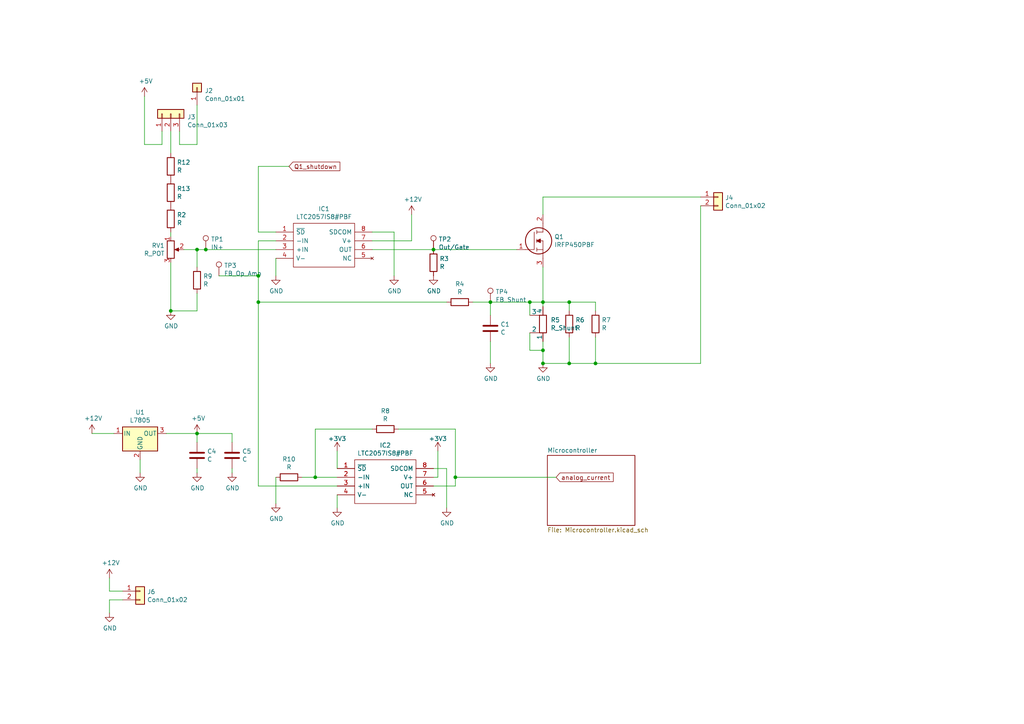
<source format=kicad_sch>
(kicad_sch (version 20211123) (generator eeschema)
  (paper "A4")
  (lib_symbols
    (symbol "Connector:TestPoint" (pin_numbers hide) (pin_names (offset 0.762) hide)
      (property "Reference" "TP" (at 0 6.858 0))
      (property "Value" "TestPoint" (at 0 5.08 0))
      (symbol "TestPoint_0_1"
        (circle (center 0 3.302) (radius 0.762))
      )
      (symbol "TestPoint_1_1"
        (pin passive line (at 0 0 90) (length 2.54) (name "1") (number "1"))
      )
    )
    (symbol "Connector_Generic:Conn_01x01" (pin_names (offset 1.016) hide)
      (property "Reference" "J" (at 0 2.54 0))
      (property "Value" "Conn_01x01" (at 0 -2.54 0))
      (symbol "Conn_01x01_1_1"
        (rectangle (start -1.27 0.127) (end 0 -0.127) (stroke (width 0.1524)))
        (rectangle (start -1.27 1.27) (end 1.27 -1.27) (stroke (width 0.254)) (fill (type background)))
        (pin passive line (at -5.08 0 0) (length 3.81) (name "Pin_1") (number "1"))
      )
    )
    (symbol "Connector_Generic:Conn_01x02" (pin_names (offset 1.016) hide)
      (property "Reference" "J" (at 0 2.54 0))
      (property "Value" "Conn_01x02" (at 0 -5.08 0))
      (symbol "Conn_01x02_1_1"
        (rectangle (start -1.27 -2.413) (end 0 -2.667) (stroke (width 0.1524)))
        (rectangle (start -1.27 0.127) (end 0 -0.127) (stroke (width 0.1524)))
        (rectangle (start -1.27 1.27) (end 1.27 -3.81) (stroke (width 0.254)) (fill (type background)))
        (pin passive line (at -5.08 0 0) (length 3.81) (name "Pin_1") (number "1"))
        (pin passive line (at -5.08 -2.54 0) (length 3.81) (name "Pin_2") (number "2"))
      )
    )
    (symbol "Connector_Generic:Conn_01x03" (pin_names (offset 1.016) hide)
      (property "Reference" "J" (at 0 5.08 0))
      (property "Value" "Conn_01x03" (at 0 -5.08 0))
      (symbol "Conn_01x03_1_1"
        (rectangle (start -1.27 -2.413) (end 0 -2.667) (stroke (width 0.1524)))
        (rectangle (start -1.27 0.127) (end 0 -0.127) (stroke (width 0.1524)))
        (rectangle (start -1.27 2.667) (end 0 2.413) (stroke (width 0.1524)))
        (rectangle (start -1.27 3.81) (end 1.27 -3.81) (stroke (width 0.254)) (fill (type background)))
        (pin passive line (at -5.08 2.54 0) (length 3.81) (name "Pin_1") (number "1"))
        (pin passive line (at -5.08 0 0) (length 3.81) (name "Pin_2") (number "2"))
        (pin passive line (at -5.08 -2.54 0) (length 3.81) (name "Pin_3") (number "3"))
      )
    )
    (symbol "Device:C" (pin_numbers hide) (pin_names (offset 0.254))
      (property "Reference" "C" (at 0.635 2.54 0))
      (property "Value" "C" (at 0.635 -2.54 0))
      (symbol "C_0_1"
        (polyline (pts (xy -2.032 -0.762) (xy 2.032 -0.762)) (stroke (width 0.508)))
        (polyline (pts (xy -2.032 0.762) (xy 2.032 0.762)) (stroke (width 0.508)))
      )
      (symbol "C_1_1"
        (pin passive line (at 0 3.81 270) (length 2.794) (name "~") (number "1"))
        (pin passive line (at 0 -3.81 90) (length 2.794) (name "~") (number "2"))
      )
    )
    (symbol "Device:R" (pin_numbers hide) (pin_names (offset 0))
      (property "Reference" "R" (at 2.032 0 90))
      (property "Value" "R" (at 0 0 90))
      (symbol "R_0_1"
        (rectangle (start -1.016 -2.54) (end 1.016 2.54) (stroke (width 0.254)))
      )
      (symbol "R_1_1"
        (pin passive line (at 0 3.81 270) (length 1.27) (name "~") (number "1"))
        (pin passive line (at 0 -3.81 90) (length 1.27) (name "~") (number "2"))
      )
    )
    (symbol "Device:R_POT" (pin_names (offset 1.016) hide)
      (property "Reference" "RV" (at -4.445 0 90))
      (property "Value" "Device_R_POT" (at -2.54 0 90))
      (symbol "R_POT_0_1"
        (polyline (pts (xy 2.54 0) (xy 1.524 0)))
        (polyline (pts (xy 1.143 0) (xy 2.286 0.508) (xy 2.286 -0.508) (xy 1.143 0)) (fill (type outline)))
        (rectangle (start 1.016 2.54) (end -1.016 -2.54) (stroke (width 0.254)))
      )
      (symbol "R_POT_1_1"
        (pin passive line (at 0 3.81 270) (length 1.27) (name "1") (number "1"))
        (pin passive line (at 3.81 0 180) (length 1.27) (name "2") (number "2"))
        (pin passive line (at 0 -3.81 90) (length 1.27) (name "3") (number "3"))
      )
    )
    (symbol "Device:R_Shunt" (pin_numbers hide) (pin_names (offset 0))
      (property "Reference" "R" (at -4.445 0 90))
      (property "Value" "R_Shunt" (at -2.54 0 90))
      (symbol "R_Shunt_0_1"
        (rectangle (start -1.016 -2.54) (end 1.016 2.54) (stroke (width 0.254)))
        (polyline (pts (xy 0 -2.54) (xy 1.27 -2.54)))
        (polyline (pts (xy 1.27 2.54) (xy 0 2.54)))
      )
      (symbol "R_Shunt_1_1"
        (pin passive line (at 0 5.08 270) (length 2.54) (name "1") (number "1"))
        (pin passive line (at 3.81 2.54 180) (length 2.54) (name "2") (number "2"))
        (pin passive line (at 3.81 -2.54 180) (length 2.54) (name "3") (number "3"))
        (pin passive line (at 0 -5.08 90) (length 2.54) (name "4") (number "4"))
      )
    )
    (symbol "Regulator_Linear:L7805" (pin_names (offset 0.254))
      (property "Reference" "U" (at -3.81 3.175 0))
      (property "Value" "L7805" (at 0 3.175 0))
      (symbol "L7805_0_1"
        (rectangle (start -5.08 1.905) (end 5.08 -5.08) (stroke (width 0.254)) (fill (type background)))
      )
      (symbol "L7805_1_1"
        (pin power_in line (at -7.62 0 0) (length 2.54) (name "IN") (number "1"))
        (pin power_in line (at 0 -7.62 90) (length 2.54) (name "GND") (number "2"))
        (pin power_out line (at 7.62 0 180) (length 2.54) (name "OUT") (number "3"))
      )
    )
    (symbol "SamacSys_Parts:IRFP450PBF" (pin_names (offset 0.762))
      (property "Reference" "Q" (at 11.43 3.81 0))
      (property "Value" "SamacSys_Parts_IRFP450PBF" (at 11.43 1.27 0))
      (symbol "IRFP450PBF_0_0"
        (pin passive line (at 0 0 0) (length 2.54) (name "~") (number "1"))
        (pin passive line (at 7.62 10.16 270) (length 2.54) (name "~") (number "2"))
        (pin passive line (at 7.62 -5.08 90) (length 2.54) (name "~") (number "3"))
      )
      (symbol "IRFP450PBF_0_1"
        (polyline (pts (xy 5.842 -0.508) (xy 5.842 0.508)) (stroke (width 0.1524)))
        (polyline (pts (xy 5.842 0) (xy 7.62 0)) (stroke (width 0.1524)))
        (polyline (pts (xy 5.842 2.032) (xy 5.842 3.048)) (stroke (width 0.1524)))
        (polyline (pts (xy 5.842 5.588) (xy 5.842 4.572)) (stroke (width 0.1524)))
        (polyline (pts (xy 7.62 2.54) (xy 5.842 2.54)) (stroke (width 0.1524)))
        (polyline (pts (xy 7.62 2.54) (xy 7.62 -2.54)) (stroke (width 0.1524)))
        (polyline (pts (xy 7.62 5.08) (xy 5.842 5.08)) (stroke (width 0.1524)))
        (polyline (pts (xy 7.62 5.08) (xy 7.62 7.62)) (stroke (width 0.1524)))
        (polyline (pts (xy 2.54 0) (xy 5.08 0) (xy 5.08 5.08)) (stroke (width 0.1524)))
        (polyline (pts (xy 5.842 2.54) (xy 6.858 3.048) (xy 6.858 2.032) (xy 5.842 2.54)) (stroke (width 0.254)) (fill (type outline)))
        (circle (center 6.35 2.54) (radius 3.81) (stroke (width 0.254)))
      )
    )
    (symbol "SamacSys_Parts:LTC2057IS8#PBF" (pin_names (offset 0.762))
      (property "Reference" "IC" (at 24.13 7.62 0))
      (property "Value" "SamacSys_Parts_LTC2057IS8#PBF" (at 24.13 5.08 0))
      (symbol "LTC2057IS8#PBF_0_0"
        (pin passive line (at 0 0 0) (length 5.08) (name "~{SD}") (number "1"))
        (pin passive line (at 0 -2.54 0) (length 5.08) (name "-IN") (number "2"))
        (pin passive line (at 0 -5.08 0) (length 5.08) (name "+IN") (number "3"))
        (pin passive line (at 0 -7.62 0) (length 5.08) (name "V-") (number "4"))
        (pin no_connect line (at 27.94 -7.62 180) (length 5.08) (name "NC") (number "5"))
        (pin passive line (at 27.94 -5.08 180) (length 5.08) (name "OUT") (number "6"))
        (pin passive line (at 27.94 -2.54 180) (length 5.08) (name "V+") (number "7"))
        (pin passive line (at 27.94 0 180) (length 5.08) (name "SDCOM") (number "8"))
      )
      (symbol "LTC2057IS8#PBF_0_1"
        (polyline (pts (xy 5.08 2.54) (xy 22.86 2.54) (xy 22.86 -10.16) (xy 5.08 -10.16) (xy 5.08 2.54)) (stroke (width 0.1524)))
      )
    )
    (symbol "power:+12V" (power) (pin_names (offset 0))
      (property "Value" "+12V" (at 0 3.556 0))
      (symbol "+12V_0_1"
        (polyline (pts (xy -0.762 1.27) (xy 0 2.54)))
        (polyline (pts (xy 0 0) (xy 0 2.54)))
        (polyline (pts (xy 0 2.54) (xy 0.762 1.27)))
      )
      (symbol "+12V_1_1"
        (pin power_in line (at 0 0 90) (length 0) hide (name "+12V") (number "1"))
      )
    )
    (symbol "power:+3.3V" (power) (pin_names (offset 0))
      (property "Value" "+3.3V" (at 0 3.556 0))
      (symbol "+3.3V_0_1"
        (polyline (pts (xy -0.762 1.27) (xy 0 2.54)))
        (polyline (pts (xy 0 0) (xy 0 2.54)))
        (polyline (pts (xy 0 2.54) (xy 0.762 1.27)))
      )
      (symbol "+3.3V_1_1"
        (pin power_in line (at 0 0 90) (length 0) hide (name "+3V3") (number "1"))
      )
    )
    (symbol "power:+5V" (power) (pin_names (offset 0))
      (property "Value" "+5V" (at 0 3.556 0))
      (symbol "+5V_0_1"
        (polyline (pts (xy -0.762 1.27) (xy 0 2.54)))
        (polyline (pts (xy 0 0) (xy 0 2.54)))
        (polyline (pts (xy 0 2.54) (xy 0.762 1.27)))
      )
      (symbol "+5V_1_1"
        (pin power_in line (at 0 0 90) (length 0) hide (name "+5V") (number "1"))
      )
    )
    (symbol "power:GND" (power) (pin_names (offset 0))
      (property "Value" "GND" (at 0 -3.81 0))
      (symbol "GND_0_1"
        (polyline (pts (xy 0 0) (xy 0 -1.27) (xy 1.27 -1.27) (xy 0 -2.54) (xy -1.27 -1.27) (xy 0 -1.27)))
      )
      (symbol "GND_1_1"
        (pin power_in line (at 0 0 270) (length 0) hide (name "GND") (number "1"))
      )
    )
  )
  (junction (at 74.93 80.01))
  (junction (at 59.69 72.39))
  (junction (at 172.72 105.41))
  (junction (at 57.15 125.73))
  (junction (at 157.48 101.6))
  (junction (at 57.15 72.39))
  (junction (at 125.73 72.39))
  (junction (at 91.44 138.43))
  (junction (at 165.1 105.41))
  (junction (at 165.1 87.63))
  (junction (at 49.53 90.17))
  (junction (at 74.93 87.63))
  (junction (at 153.67 87.63))
  (junction (at 157.48 105.41))
  (junction (at 157.48 87.63))
  (junction (at 142.24 87.63))
  (junction (at 132.08 138.43))
  (wire (pts (xy 125.73 135.89) (xy 129.54 135.89)))
  (wire (pts (xy 74.93 87.63) (xy 74.93 140.97)))
  (wire (pts (xy 153.67 87.63) (xy 157.48 87.63)))
  (wire (pts (xy 46.99 41.91) (xy 46.99 38.1)))
  (wire (pts (xy 165.1 105.41) (xy 165.1 97.79)))
  (wire (pts (xy 31.75 171.45) (xy 35.56 171.45)))
  (wire (pts (xy 114.3 80.01) (xy 114.3 67.31)))
  (wire (pts (xy 157.48 101.6) (xy 157.48 105.41)))
  (wire (pts (xy 52.07 38.1) (xy 52.07 41.91)))
  (wire (pts (xy 57.15 72.39) (xy 59.69 72.39)))
  (wire (pts (xy 57.15 125.73) (xy 67.31 125.73)))
  (wire (pts (xy 80.01 80.01) (xy 80.01 74.93)))
  (wire (pts (xy 142.24 91.44) (xy 142.24 87.63)))
  (wire (pts (xy 49.53 38.1) (xy 49.53 44.45)))
  (wire (pts (xy 119.38 62.23) (xy 119.38 69.85)))
  (wire (pts (xy 74.93 140.97) (xy 97.79 140.97)))
  (wire (pts (xy 97.79 143.51) (xy 97.79 147.32)))
  (wire (pts (xy 40.64 133.35) (xy 40.64 137.16)))
  (wire (pts (xy 52.07 41.91) (xy 57.15 41.91)))
  (wire (pts (xy 33.02 125.73) (xy 26.67 125.73)))
  (wire (pts (xy 67.31 125.73) (xy 67.31 128.27)))
  (wire (pts (xy 49.53 67.31) (xy 49.53 68.58)))
  (wire (pts (xy 165.1 105.41) (xy 172.72 105.41)))
  (wire (pts (xy 80.01 67.31) (xy 74.93 67.31)))
  (wire (pts (xy 132.08 138.43) (xy 161.29 138.43)))
  (wire (pts (xy 132.08 124.46) (xy 132.08 138.43)))
  (wire (pts (xy 74.93 67.31) (xy 74.93 48.26)))
  (wire (pts (xy 57.15 128.27) (xy 57.15 125.73)))
  (wire (pts (xy 157.48 105.41) (xy 165.1 105.41)))
  (wire (pts (xy 142.24 87.63) (xy 153.67 87.63)))
  (wire (pts (xy 91.44 138.43) (xy 91.44 124.46)))
  (wire (pts (xy 41.91 27.94) (xy 41.91 41.91)))
  (wire (pts (xy 203.2 57.15) (xy 157.48 57.15)))
  (wire (pts (xy 115.57 124.46) (xy 132.08 124.46)))
  (wire (pts (xy 127 138.43) (xy 125.73 138.43)))
  (wire (pts (xy 165.1 87.63) (xy 165.1 90.17)))
  (wire (pts (xy 142.24 87.63) (xy 137.16 87.63)))
  (wire (pts (xy 165.1 87.63) (xy 172.72 87.63)))
  (wire (pts (xy 57.15 77.47) (xy 57.15 72.39)))
  (wire (pts (xy 57.15 90.17) (xy 49.53 90.17)))
  (wire (pts (xy 157.48 99.06) (xy 157.48 101.6)))
  (wire (pts (xy 74.93 80.01) (xy 74.93 87.63)))
  (wire (pts (xy 119.38 69.85) (xy 107.95 69.85)))
  (wire (pts (xy 80.01 69.85) (xy 74.93 69.85)))
  (wire (pts (xy 74.93 69.85) (xy 74.93 80.01)))
  (wire (pts (xy 203.2 105.41) (xy 203.2 59.69)))
  (wire (pts (xy 35.56 173.99) (xy 31.75 173.99)))
  (wire (pts (xy 41.91 41.91) (xy 46.99 41.91)))
  (wire (pts (xy 57.15 135.89) (xy 57.15 137.16)))
  (wire (pts (xy 157.48 87.63) (xy 165.1 87.63)))
  (wire (pts (xy 67.31 135.89) (xy 67.31 137.16)))
  (wire (pts (xy 80.01 138.43) (xy 80.01 146.05)))
  (wire (pts (xy 91.44 124.46) (xy 107.95 124.46)))
  (wire (pts (xy 59.69 72.39) (xy 80.01 72.39)))
  (wire (pts (xy 97.79 130.81) (xy 97.79 135.89)))
  (wire (pts (xy 157.48 77.47) (xy 157.48 87.63)))
  (wire (pts (xy 57.15 85.09) (xy 57.15 90.17)))
  (wire (pts (xy 57.15 41.91) (xy 57.15 30.48)))
  (wire (pts (xy 125.73 72.39) (xy 149.86 72.39)))
  (wire (pts (xy 114.3 67.31) (xy 107.95 67.31)))
  (wire (pts (xy 57.15 72.39) (xy 53.34 72.39)))
  (wire (pts (xy 125.73 140.97) (xy 132.08 140.97)))
  (wire (pts (xy 157.48 87.63) (xy 157.48 88.9)))
  (wire (pts (xy 63.5 80.01) (xy 74.93 80.01)))
  (wire (pts (xy 127 130.81) (xy 127 138.43)))
  (wire (pts (xy 157.48 57.15) (xy 157.48 62.23)))
  (wire (pts (xy 153.67 101.6) (xy 157.48 101.6)))
  (wire (pts (xy 48.26 125.73) (xy 57.15 125.73)))
  (wire (pts (xy 153.67 96.52) (xy 153.67 101.6)))
  (wire (pts (xy 172.72 105.41) (xy 203.2 105.41)))
  (wire (pts (xy 49.53 76.2) (xy 49.53 90.17)))
  (wire (pts (xy 129.54 135.89) (xy 129.54 147.32)))
  (wire (pts (xy 91.44 138.43) (xy 97.79 138.43)))
  (wire (pts (xy 172.72 87.63) (xy 172.72 90.17)))
  (wire (pts (xy 87.63 138.43) (xy 91.44 138.43)))
  (wire (pts (xy 107.95 72.39) (xy 125.73 72.39)))
  (wire (pts (xy 74.93 87.63) (xy 129.54 87.63)))
  (wire (pts (xy 172.72 105.41) (xy 172.72 97.79)))
  (wire (pts (xy 132.08 140.97) (xy 132.08 138.43)))
  (wire (pts (xy 31.75 173.99) (xy 31.75 177.8)))
  (wire (pts (xy 142.24 105.41) (xy 142.24 99.06)))
  (wire (pts (xy 74.93 48.26) (xy 83.82 48.26)))
  (wire (pts (xy 31.75 167.64) (xy 31.75 171.45)))
  (wire (pts (xy 153.67 91.44) (xy 153.67 87.63)))
  (global_label "analog_current" (shape input) (at 161.29 138.43 0) (property "Intersheet References" "${INTERSHEET_REFS}" (effects hide)))
  (global_label "Q1_shutdown" (shape input) (at 83.82 48.26 0) (property "Intersheet References" "${INTERSHEET_REFS}" (effects hide)))
  (symbol (lib_id "Device:R") (at 125.73 76.2 0) (unit 1)
    (property "Reference" "R3" (at 127.508 75.0316 0) (effects (justify left)))
    (property "Value" "R" (at 127.508 77.343 0) (effects (justify left)))
    (property "Footprint" "Leiterplatte:R_0207_Axial_1206_SMD_Mix" (effects hide))
  )
  (symbol (lib_id "Device:R") (at 165.1 93.98 0) (unit 1)
    (property "Reference" "R6" (at 166.878 92.8116 0) (effects (justify left)))
    (property "Value" "R" (at 166.878 95.123 0) (effects (justify left)))
    (property "Footprint" "Resistor_SMD:R_2816_7142Metric_Pad3.20x4.45mm_HandSolder" (effects hide))
  )
  (symbol (lib_id "Device:R") (at 172.72 93.98 0) (unit 1)
    (property "Reference" "R7" (at 174.498 92.8116 0) (effects (justify left)))
    (property "Value" "R" (at 174.498 95.123 0) (effects (justify left)))
    (property "Footprint" "Leiterplatte:R_0207_Axial_1206_SMD_Mix" (effects hide))
  )
  (symbol (lib_id "Device:R_POT") (at 49.53 72.39 0) (unit 1)
    (property "Reference" "RV1" (at 47.7774 71.2216 0) (effects (justify right)))
    (property "Value" "R_POT" (at 47.7774 73.533 0) (effects (justify right)))
    (property "Footprint" "Potentiometer_THT:Potentiometer_Alpha_RD901F-40-00D_Single_Vertical_CircularHoles" (effects hide))
  )
  (symbol (lib_id "Device:R") (at 49.53 63.5 0) (unit 1)
    (property "Reference" "R2" (at 51.308 62.3316 0) (effects (justify left)))
    (property "Value" "R" (at 51.308 64.643 0) (effects (justify left)))
    (property "Footprint" "Leiterplatte:R_0207_Axial_1206_SMD_Mix" (effects hide))
  )
  (symbol (lib_id "Connector_Generic:Conn_01x03") (at 49.53 33.02 90) (unit 1)
    (property "Reference" "J3" (at 54.3052 33.9344 90) (effects (justify right)))
    (property "Value" "Conn_01x03" (at 54.3052 36.2458 90) (effects (justify right)))
    (property "Footprint" "Connector_PinHeader_2.54mm:PinHeader_1x03_P2.54mm_Vertical" (effects hide))
  )
  (symbol (lib_id "Connector_Generic:Conn_01x01") (at 57.15 25.4 90) (unit 1)
    (property "Reference" "J2" (at 59.3852 26.3144 90) (effects (justify right)))
    (property "Value" "Conn_01x01" (at 59.3852 28.6258 90) (effects (justify right)))
    (property "Footprint" "Connector:Banana_Jack_1Pin" (effects hide))
  )
  (symbol (lib_id "Device:R_Shunt") (at 157.48 93.98 180) (unit 1)
    (property "Reference" "R5" (at 159.7152 92.8116 0) (effects (justify right)))
    (property "Value" "R_Shunt" (at 159.7152 95.123 0) (effects (justify right)))
    (property "Footprint" "Rothe_Lib:PBV_Shunt" (effects hide))
  )
  (symbol (lib_id "power:+5V") (at 41.91 27.94 0) (unit 1)
    (property "Reference" "#PWR03" (effects hide))
    (property "Value" "+5V" (at 42.291 23.5458 0))
  )
  (symbol (lib_id "Connector_Generic:Conn_01x02") (at 208.28 57.15 0) (unit 1)
    (property "Reference" "J4" (at 210.312 57.3532 0) (effects (justify left)))
    (property "Value" "Conn_01x02" (at 210.312 59.6646 0) (effects (justify left)))
    (property "Footprint" "Connector:Banana_Jack_2Pin" (effects hide))
  )
  (symbol (lib_id "power:GND") (at 125.73 80.01 0) (unit 1)
    (property "Reference" "#PWR07" (effects hide))
    (property "Value" "GND" (at 125.857 84.4042 0))
  )
  (symbol (lib_id "power:GND") (at 157.48 105.41 0) (unit 1)
    (property "Reference" "#PWR010" (effects hide))
    (property "Value" "GND" (at 157.607 109.8042 0))
  )
  (symbol (lib_id "Device:C") (at 142.24 95.25 0) (unit 1)
    (property "Reference" "C1" (at 145.161 94.0816 0) (effects (justify left)))
    (property "Value" "C" (at 145.161 96.393 0) (effects (justify left)))
    (property "Footprint" "Capacitor_SMD:C_1206_3216Metric_Pad1.33x1.80mm_HandSolder" (effects hide))
  )
  (symbol (lib_id "power:GND") (at 142.24 105.41 0) (unit 1)
    (property "Reference" "#PWR09" (effects hide))
    (property "Value" "GND" (at 142.367 109.8042 0))
  )
  (symbol (lib_id "Device:R") (at 133.35 87.63 90) (unit 1)
    (property "Reference" "R4" (at 133.35 82.3722 90))
    (property "Value" "R" (at 133.35 84.6836 90))
    (property "Footprint" "Leiterplatte:R_0207_Axial_1206_SMD_Mix" (effects hide))
  )
  (symbol (lib_id "Connector_Generic:Conn_01x02") (at 40.64 171.45 0) (unit 1)
    (property "Reference" "J6" (at 42.672 171.6532 0) (effects (justify left)))
    (property "Value" "Conn_01x02" (at 42.672 173.9646 0) (effects (justify left)))
    (property "Footprint" "Connector:Banana_Jack_2Pin" (effects hide))
  )
  (symbol (lib_id "power:GND") (at 49.53 90.17 0) (unit 1)
    (property "Reference" "#PWR08" (effects hide))
    (property "Value" "GND" (at 49.657 94.5642 0))
  )
  (symbol (lib_id "power:+12V") (at 31.75 167.64 0) (unit 1)
    (property "Reference" "#PWR022" (effects hide))
    (property "Value" "+12V" (at 32.131 163.2458 0))
  )
  (symbol (lib_id "power:GND") (at 31.75 177.8 0) (unit 1)
    (property "Reference" "#PWR024" (effects hide))
    (property "Value" "GND" (at 31.877 182.1942 0))
  )
  (symbol (lib_id "power:GND") (at 80.01 80.01 0) (unit 1)
    (property "Reference" "#PWR05" (effects hide))
    (property "Value" "GND" (at 80.137 84.4042 0))
  )
  (symbol (lib_id "SamacSys_Parts:LTC2057IS8#PBF") (at 80.01 67.31 0) (unit 1)
    (property "Reference" "IC1" (at 93.98 60.579 0))
    (property "Value" "LTC2057IS8#PBF" (at 93.98 62.8904 0))
    (property "Footprint" "SOIC127P599X175-8N" (effects hide))
    (property "Datasheet" "http://cds.linear.com/docs/en/datasheet/2057f.pdf" (effects hide))
    (property "Description" "LINEAR TECHNOLOGY - LTC2057IS8#PBF - OP, AMP, 1.5MHZ, 0.45V/US, SOIC-8" (effects hide))
    (property "Height" "1.752" (effects hide))
    (property "Manufacturer_Name" "Linear Technology" (effects hide))
    (property "Manufacturer_Part_Number" "LTC2057IS8#PBF" (effects hide))
    (property "Mouser Part Number" "584-LTC2057IS8#PBF" (effects hide))
    (property "Mouser Price/Stock" "https://www.mouser.co.uk/ProductDetail/Analog-Devices-Linear-Technology/LTC2057IS8PBF?qs=hVkxg5c3xu96mZ%252BCpnMNfA%3D%3D" (effects hide))
  )
  (symbol (lib_id "SamacSys_Parts:IRFP450PBF") (at 149.86 72.39 0) (unit 1)
    (property "Reference" "Q1" (at 160.782 68.6816 0) (effects (justify left)))
    (property "Value" "IRFP450PBF" (at 160.782 70.993 0) (effects (justify left)))
    (property "Footprint" "TO544P521X1568X2486-3P" (effects hide))
    (property "Datasheet" "https://componentsearchengine.com/Datasheets/1/IRFP450PBF.pdf" (effects hide))
    (property "Description" "MOSFET N-CH  500V HEXFET MOSFET" (effects hide))
    (property "Height" "5.21" (effects hide))
    (property "Manufacturer_Name" "Vishay" (effects hide))
    (property "Manufacturer_Part_Number" "IRFP450PBF" (effects hide))
    (property "Mouser Part Number" "844-IRFP450PBF" (effects hide))
    (property "Mouser Price/Stock" "https://www.mouser.co.uk/ProductDetail/Vishay-Semiconductors/IRFP450PBF?qs=%2FRKvNCQzLu32BHA6dh2QOQ%3D%3D" (effects hide))
    (property "Arrow Part Number" "IRFP450PBF" (effects hide))
    (property "Arrow Price/Stock" "https://www.arrow.com/en/products/irfp450pbf/vishay" (effects hide))
  )
  (symbol (lib_id "power:+12V") (at 119.38 62.23 0) (unit 1)
    (property "Reference" "#PWR04" (effects hide))
    (property "Value" "+12V" (at 119.761 57.8358 0))
  )
  (symbol (lib_id "power:GND") (at 114.3 80.01 0) (unit 1)
    (property "Reference" "#PWR06" (effects hide))
    (property "Value" "GND" (at 114.427 84.4042 0))
  )
  (symbol (lib_id "Connector:TestPoint") (at 125.73 72.39 0) (unit 1)
    (property "Reference" "TP2" (at 127.2032 69.3928 0) (effects (justify left)))
    (property "Value" "Out/Gate" (at 127.2032 71.7042 0) (effects (justify left)))
    (property "Footprint" "TestPoint:TestPoint_2Pads_Pitch2.54mm_Drill0.8mm" (effects hide))
  )
  (symbol (lib_id "Connector:TestPoint") (at 142.24 87.63 0) (unit 1)
    (property "Reference" "TP4" (at 143.7132 84.6328 0) (effects (justify left)))
    (property "Value" "FB_Shunt" (at 143.7132 86.9442 0) (effects (justify left)))
    (property "Footprint" "TestPoint:TestPoint_2Pads_Pitch2.54mm_Drill0.8mm" (effects hide))
  )
  (symbol (lib_id "Connector:TestPoint") (at 59.69 72.39 0) (unit 1)
    (property "Reference" "TP1" (at 61.1632 69.3928 0) (effects (justify left)))
    (property "Value" "IN+" (at 61.1632 71.7042 0) (effects (justify left)))
    (property "Footprint" "TestPoint:TestPoint_2Pads_Pitch2.54mm_Drill0.8mm" (effects hide))
  )
  (symbol (lib_id "Connector:TestPoint") (at 63.5 80.01 0) (unit 1)
    (property "Reference" "TP3" (at 64.9732 77.0128 0) (effects (justify left)))
    (property "Value" "FB_Op_Amp" (at 64.9732 79.3242 0) (effects (justify left)))
    (property "Footprint" "TestPoint:TestPoint_2Pads_Pitch2.54mm_Drill0.8mm" (effects hide))
  )
  (symbol (lib_id "Device:R") (at 49.53 55.88 0) (unit 1)
    (property "Reference" "R13" (at 51.308 54.7116 0) (effects (justify left)))
    (property "Value" "R" (at 51.308 57.023 0) (effects (justify left)))
    (property "Footprint" "Leiterplatte:R_0207_Axial_1206_SMD_Mix" (effects hide))
  )
  (symbol (lib_id "Device:R") (at 49.53 48.26 0) (unit 1)
    (property "Reference" "R12" (at 51.308 47.0916 0) (effects (justify left)))
    (property "Value" "R" (at 51.308 49.403 0) (effects (justify left)))
    (property "Footprint" "Leiterplatte:R_0207_Axial_1206_SMD_Mix" (effects hide))
  )
  (symbol (lib_id "SamacSys_Parts:LTC2057IS8#PBF") (at 97.79 135.89 0) (unit 1)
    (property "Reference" "IC2" (at 111.76 129.159 0))
    (property "Value" "LTC2057IS8#PBF" (at 111.76 131.4704 0))
    (property "Footprint" "SOIC127P599X175-8N" (effects hide))
    (property "Datasheet" "http://cds.linear.com/docs/en/datasheet/2057f.pdf" (effects hide))
    (property "Description" "LINEAR TECHNOLOGY - LTC2057IS8#PBF - OP, AMP, 1.5MHZ, 0.45V/US, SOIC-8" (effects hide))
    (property "Height" "1.752" (effects hide))
    (property "Manufacturer_Name" "Linear Technology" (effects hide))
    (property "Manufacturer_Part_Number" "LTC2057IS8#PBF" (effects hide))
    (property "Mouser Part Number" "584-LTC2057IS8#PBF" (effects hide))
    (property "Mouser Price/Stock" "https://www.mouser.co.uk/ProductDetail/Analog-Devices-Linear-Technology/LTC2057IS8PBF?qs=hVkxg5c3xu96mZ%252BCpnMNfA%3D%3D" (effects hide))
  )
  (symbol (lib_id "Device:R") (at 111.76 124.46 90) (unit 1)
    (property "Reference" "R8" (at 111.76 119.2022 90))
    (property "Value" "R" (at 111.76 121.5136 90))
    (property "Footprint" "Leiterplatte:R_0207_Axial_1206_SMD_Mix" (effects hide))
  )
  (symbol (lib_id "Device:R") (at 83.82 138.43 90) (unit 1)
    (property "Reference" "R10" (at 83.82 133.1722 90))
    (property "Value" "R" (at 83.82 135.4836 90))
    (property "Footprint" "Leiterplatte:R_0207_Axial_1206_SMD_Mix" (effects hide))
  )
  (symbol (lib_id "power:GND") (at 129.54 147.32 0) (unit 1)
    (property "Reference" "#PWR017" (effects hide))
    (property "Value" "GND" (at 129.667 151.7142 0))
  )
  (symbol (lib_id "Regulator_Linear:L7805") (at 40.64 125.73 0) (unit 1)
    (property "Reference" "U1" (at 40.64 119.5832 0))
    (property "Value" "L7805" (at 40.64 121.8946 0))
    (property "Footprint" "Package_TO_SOT_THT:TO-220-3_Horizontal_TabDown" (effects hide))
    (property "Datasheet" "http://www.st.com/content/ccc/resource/technical/document/datasheet/41/4f/b3/b0/12/d4/47/88/CD00000444.pdf/files/CD00000444.pdf/jcr:content/translations/en.CD00000444.pdf" (effects hide))
  )
  (symbol (lib_id "power:+5V") (at 57.15 125.73 0) (unit 1)
    (property "Reference" "#PWR030" (effects hide))
    (property "Value" "+5V" (at 57.531 121.3358 0))
  )
  (symbol (lib_id "power:+12V") (at 26.67 125.73 0) (unit 1)
    (property "Reference" "#PWR029" (effects hide))
    (property "Value" "+12V" (at 27.051 121.3358 0))
  )
  (symbol (lib_id "power:GND") (at 40.64 137.16 0) (unit 1)
    (property "Reference" "#PWR031" (effects hide))
    (property "Value" "GND" (at 40.767 141.5542 0))
  )
  (symbol (lib_id "Device:C") (at 57.15 132.08 0) (unit 1)
    (property "Reference" "C4" (at 60.071 130.9116 0) (effects (justify left)))
    (property "Value" "C" (at 60.071 133.223 0) (effects (justify left)))
    (property "Footprint" "Capacitor_SMD:C_1206_3216Metric_Pad1.33x1.80mm_HandSolder" (effects hide))
  )
  (symbol (lib_id "Device:C") (at 67.31 132.08 0) (unit 1)
    (property "Reference" "C5" (at 70.231 130.9116 0) (effects (justify left)))
    (property "Value" "C" (at 70.231 133.223 0) (effects (justify left)))
    (property "Footprint" "Capacitor_SMD:C_1206_3216Metric_Pad1.33x1.80mm_HandSolder" (effects hide))
  )
  (symbol (lib_id "power:GND") (at 57.15 137.16 0) (unit 1)
    (property "Reference" "#PWR032" (effects hide))
    (property "Value" "GND" (at 57.277 141.5542 0))
  )
  (symbol (lib_id "power:GND") (at 67.31 137.16 0) (unit 1)
    (property "Reference" "#PWR033" (effects hide))
    (property "Value" "GND" (at 67.437 141.5542 0))
  )
  (symbol (lib_id "power:GND") (at 97.79 147.32 0) (unit 1)
    (property "Reference" "#PWR0101" (effects hide))
    (property "Value" "GND" (at 97.917 151.7142 0))
  )
  (symbol (lib_id "power:GND") (at 80.01 146.05 0) (unit 1)
    (property "Reference" "#PWR0102" (effects hide))
    (property "Value" "GND" (at 80.137 150.4442 0))
  )
  (symbol (lib_id "Device:R") (at 57.15 81.28 0) (unit 1)
    (property "Reference" "R9" (at 58.928 80.1116 0) (effects (justify left)))
    (property "Value" "R" (at 58.928 82.423 0) (effects (justify left)))
    (property "Footprint" "Rothe_Lib:R_0207_Axial_1206_SMD_Mix" (effects hide))
  )
  (symbol (lib_id "power:+3.3V") (at 127 130.81 0) (unit 1)
    (property "Reference" "#PWR?" (effects hide))
    (property "Value" "+3.3V" (at 127 127.2342 0))
  )
  (symbol (lib_id "power:+3.3V") (at 97.79 130.81 0) (unit 1)
    (property "Reference" "#PWR?" (effects hide))
    (property "Value" "+3.3V" (at 97.79 127.2342 0))
  )
  (sheet (at 158.75 132.08) (size 25.4 20.32) (stroke (width 0.1524))
    (property "Sheet name" "Microcontroller" (at 158.75 131.3684 0) (effects (justify left bottom)))
    (property "Sheet file" "Microcontroller.kicad_sch" (at 158.75 152.9846 0) (effects (justify left top)))
  )
)
</source>
